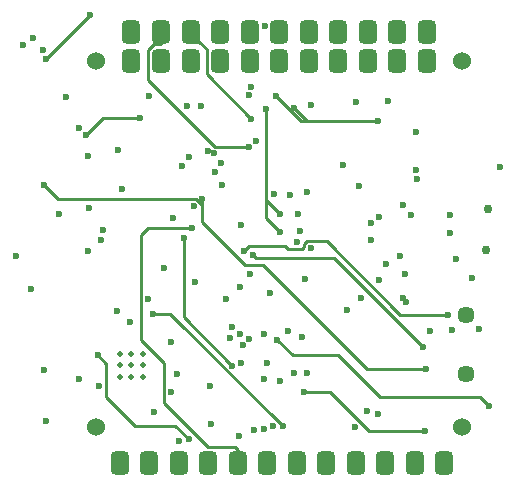
<source format=gbr>
%TF.GenerationSoftware,Altium Limited,Altium Designer,23.4.1 (23)*%
G04 Layer_Physical_Order=7*
G04 Layer_Color=8388736*
%FSLAX45Y45*%
%MOMM*%
%TF.SameCoordinates,2ABB9494-C5B4-4C01-9411-B7C80C6C87EF*%
%TF.FilePolarity,Positive*%
%TF.FileFunction,Copper,L7,Inr,Signal*%
%TF.Part,Single*%
G01*
G75*
%TA.AperFunction,ViaPad*%
G04:AMPARAMS|DCode=47|XSize=1.524mm|YSize=2mm|CornerRadius=0.381mm|HoleSize=0mm|Usage=FLASHONLY|Rotation=0.000|XOffset=0mm|YOffset=0mm|HoleType=Round|Shape=RoundedRectangle|*
%AMROUNDEDRECTD47*
21,1,1.52400,1.23800,0,0,0.0*
21,1,0.76200,2.00000,0,0,0.0*
1,1,0.76200,0.38100,-0.61900*
1,1,0.76200,-0.38100,-0.61900*
1,1,0.76200,-0.38100,0.61900*
1,1,0.76200,0.38100,0.61900*
%
%ADD47ROUNDEDRECTD47*%
%TA.AperFunction,ComponentPad*%
%ADD48C,1.45000*%
%ADD49C,0.75000*%
%TA.AperFunction,ViaPad*%
%ADD50C,1.52400*%
%ADD51C,0.60000*%
%ADD52C,0.50000*%
%TA.AperFunction,Conductor*%
%ADD53C,0.25400*%
D47*
X3250002Y3550002D02*
D03*
X3000000D02*
D03*
X2749998D02*
D03*
X2500001D02*
D03*
X2249999D02*
D03*
X2000002D02*
D03*
X1750000D02*
D03*
X1499998D02*
D03*
X1250001D02*
D03*
X899999Y149998D02*
D03*
X1650000D02*
D03*
X3399999D02*
D03*
X3150002D02*
D03*
X2900000D02*
D03*
X2649998D02*
D03*
X2400001D02*
D03*
X2149999D02*
D03*
X650002D02*
D03*
X1900002D02*
D03*
X1150001D02*
D03*
X1399998D02*
D03*
X750002Y3799998D02*
D03*
X999999D02*
D03*
X1250001D02*
D03*
X1499998D02*
D03*
X999999Y3550002D02*
D03*
X750002D02*
D03*
X2000002Y3799998D02*
D03*
X1750000D02*
D03*
X2249999D02*
D03*
X2500001D02*
D03*
X2749998D02*
D03*
X3000000D02*
D03*
X3250002D02*
D03*
D48*
X3579999Y899999D02*
D03*
Y1399998D02*
D03*
D49*
X3770001Y2300001D02*
D03*
X3750001Y1950000D02*
D03*
D50*
X450003Y3550002D02*
D03*
X3550002D02*
D03*
Y450003D02*
D03*
X450003D02*
D03*
D51*
X472060Y799720D02*
D03*
X1422020Y474600D02*
D03*
X1180720Y2659838D02*
D03*
X1335660Y3172080D02*
D03*
X380178Y2749998D02*
D03*
X3448940Y2093916D02*
D03*
X2572640Y1444880D02*
D03*
X24802Y500000D02*
D03*
X1676020Y2161160D02*
D03*
X1975740Y3253360D02*
D03*
X1899540Y997840D02*
D03*
X1658240Y375540D02*
D03*
X1277240Y2321180D02*
D03*
X931800Y1411860D02*
D03*
X2029080Y459360D02*
D03*
X2074800Y1264337D02*
D03*
X2239900Y2440560D02*
D03*
X1758910Y3334640D02*
D03*
X1869060Y860680D02*
D03*
X388240Y2303400D02*
D03*
X1239140Y2737740D02*
D03*
X1952880Y2427860D02*
D03*
X1945260Y459360D02*
D03*
X3634360Y1711580D02*
D03*
X12320Y2501520D02*
D03*
X2006220Y2104726D02*
D03*
X3690240Y1279998D02*
D03*
X3466502Y1272160D02*
D03*
X2643760Y450003D02*
D03*
X2178940Y2115440D02*
D03*
X378080Y1942720D02*
D03*
X1452500Y2768936D02*
D03*
X3166177Y2552320D02*
D03*
X1401700Y2791080D02*
D03*
X1750158Y1744122D02*
D03*
X2778380Y2176400D02*
D03*
X2127302Y909062D02*
D03*
X3494660Y1871600D02*
D03*
X1597280Y1300100D02*
D03*
X1546480Y1533780D02*
D03*
X1460120Y2610740D02*
D03*
X1513460Y2504060D02*
D03*
X1869060Y1241680D02*
D03*
X1670940Y1640460D02*
D03*
X3220340Y1127380D02*
D03*
X1780160Y1907160D02*
D03*
X2650064Y3206080D02*
D03*
X3428620Y1399160D02*
D03*
X1701420Y1942720D02*
D03*
X493884Y2034160D02*
D03*
X1028320Y1803020D02*
D03*
X2847554Y2234104D02*
D03*
X634620Y2801240D02*
D03*
X1264540Y2140840D02*
D03*
X1886840Y3149220D02*
D03*
X2006220Y2257680D02*
D03*
X2005666Y2104726D02*
D03*
X2267840Y3182240D02*
D03*
X2697100Y1541400D02*
D03*
X2148460Y2018920D02*
D03*
X2156080Y2252600D02*
D03*
X2095120Y2415160D02*
D03*
X1350900Y2384680D02*
D03*
X2191640Y1218820D02*
D03*
X1743762Y3260142D02*
D03*
X1086740Y1170560D02*
D03*
X1234060Y347600D02*
D03*
X464440Y1061340D02*
D03*
X362840Y2923160D02*
D03*
X-168020Y3685160D02*
D03*
X820040Y3070480D02*
D03*
X1790320Y431420D02*
D03*
X1747140Y1195960D02*
D03*
X672720Y2468500D02*
D03*
X1766190Y3064130D02*
D03*
X1666673Y1244322D02*
D03*
X-86740Y3743580D02*
D03*
X2836800Y566040D02*
D03*
X2006962Y842900D02*
D03*
X139320Y2257680D02*
D03*
X27560Y3570860D02*
D03*
X395860Y3939160D02*
D03*
X2849200Y1694120D02*
D03*
X1193420Y2051940D02*
D03*
X1604900Y972440D02*
D03*
X2742820Y591440D02*
D03*
X1137540Y900797D02*
D03*
X1510920Y2686940D02*
D03*
X3159380Y2630201D02*
D03*
X1098424Y2223075D02*
D03*
X3448940Y2244980D02*
D03*
X3159380Y2951100D02*
D03*
X3045080Y1541400D02*
D03*
X3078100Y1510920D02*
D03*
X1081660Y748920D02*
D03*
X3065400Y1747140D02*
D03*
X2267840Y1965580D02*
D03*
X2679320Y2491360D02*
D03*
X2129898Y3150002D02*
D03*
X2834260Y3040000D02*
D03*
X3019680Y1904620D02*
D03*
X2234820Y914020D02*
D03*
X2907920Y1836040D02*
D03*
X1876680Y3847720D02*
D03*
X2778380Y2034160D02*
D03*
X1742060Y2826640D02*
D03*
X4700Y3647060D02*
D03*
X1582040Y1206958D02*
D03*
X736997Y1345043D02*
D03*
X1871600Y433960D02*
D03*
X625004Y1437260D02*
D03*
X1691260Y1145160D02*
D03*
X2219580Y1703960D02*
D03*
X1289940Y1681100D02*
D03*
X-228980Y1900800D02*
D03*
X901320Y3255900D02*
D03*
X9780Y931800D02*
D03*
X197740Y3250820D02*
D03*
X309500Y858140D02*
D03*
Y2981580D02*
D03*
X2542160Y2671700D02*
D03*
X1922400Y1584580D02*
D03*
X-104520Y1617600D02*
D03*
X1222899Y3169540D02*
D03*
X1803020Y2877333D02*
D03*
X3245740Y944500D02*
D03*
X3874019Y2656724D02*
D03*
X3119238Y2247022D02*
D03*
X505080Y2123060D02*
D03*
X944500Y578740D02*
D03*
X886080Y1533780D02*
D03*
X1150001Y337440D02*
D03*
X1985900Y1188340D02*
D03*
X3774060Y634620D02*
D03*
X1414400Y797180D02*
D03*
X3050003Y2331000D02*
D03*
X1678560Y997840D02*
D03*
X3281300Y1269620D02*
D03*
X2918080Y3215260D02*
D03*
X2211960Y746380D02*
D03*
X3235580Y416180D02*
D03*
D52*
X850002Y875001D02*
D03*
X750002D02*
D03*
X650002D02*
D03*
X850002Y975000D02*
D03*
X750002D02*
D03*
X650002D02*
D03*
X850002Y1075000D02*
D03*
X750002D02*
D03*
X650002D02*
D03*
D53*
X2104498Y3124602D02*
X2189100Y3040000D01*
X1975740Y3253360D02*
X2104498Y3124602D01*
X2189100Y3040000D02*
X2239900D01*
X2834260D01*
X1250001Y3715640D02*
X1325500D01*
X944500Y3697860D02*
X999999D01*
X1300100Y2384680D02*
X1350900Y2333880D01*
Y2384680D01*
X2005943Y2105003D02*
X2006220Y2104726D01*
X1886840Y2377060D02*
Y3149220D01*
Y2224106D02*
Y2377060D01*
Y2224106D02*
X2005943Y2105003D01*
X931800Y1411860D02*
X1076580D01*
X2029080Y459360D01*
X12320Y2501520D02*
X129160Y2384680D01*
X1300100D01*
X1350900Y2191498D02*
Y2333880D01*
X2465960Y1881760D02*
X3220340Y1127380D01*
X1805560Y1881760D02*
X2465960D01*
X1780160Y1907160D02*
X1805560Y1881760D01*
X3027300Y1399160D02*
X3428620D01*
X2402460Y2024000D02*
X3027300Y1399160D01*
X2234820Y2024000D02*
X2402460D01*
X2209420Y1998600D02*
X2234820Y2024000D01*
X2209420Y1973200D02*
Y1998600D01*
X2196720Y1960500D02*
X2209420Y1973200D01*
X2074800Y1960500D02*
X2196720D01*
X2049400Y1985900D02*
X2074800Y1960500D01*
X1744600Y1985900D02*
X2049400D01*
X1701420Y1942720D02*
X1744600Y1985900D01*
X893700Y2140840D02*
X1264540D01*
X827660Y2074800D02*
X893700Y2140840D01*
X827660Y1193420D02*
Y2074800D01*
Y1193420D02*
X1023956Y997124D01*
Y654224D02*
Y997124D01*
Y654224D02*
X1394080Y284100D01*
X1624600D01*
X1650000Y258700D01*
Y149998D02*
Y258700D01*
X1886840Y2377060D02*
X2006220Y2257680D01*
X2742942Y944500D02*
X3245740D01*
X1350900Y2191498D02*
X1715172Y1827226D01*
X1119760Y461900D02*
X1234060Y347600D01*
X779400Y461900D02*
X1119760D01*
X538100Y703200D02*
X779400Y461900D01*
X538100Y703200D02*
Y987680D01*
X464440Y1061340D02*
X538100Y987680D01*
X510160Y3070480D02*
X820040D01*
X362840Y2923160D02*
X510160Y3070480D01*
X27560Y3570860D02*
X395860Y3939160D01*
X1193420Y1383920D02*
Y2051940D01*
Y1383920D02*
X1604900Y972440D01*
X2129898Y3150002D02*
X2239900Y3040000D01*
X1250001Y3715640D02*
Y3799998D01*
X1325500Y3715640D02*
X1391540Y3649600D01*
Y3438780D02*
Y3649600D01*
Y3438780D02*
X1766190Y3064130D01*
X999999Y3697860D02*
Y3799998D01*
X893700Y3647060D02*
X944500Y3697860D01*
X893700Y3389804D02*
Y3647060D01*
Y3389804D02*
X1456864Y2826640D01*
X1742060D01*
X1715172Y1827226D02*
X1860216D01*
X2742942Y944500D01*
X1985900Y1188340D02*
X2115440Y1058800D01*
X2501520D01*
X2854580Y705740D01*
X3702940D01*
X3774060Y634620D01*
X2211960Y746380D02*
X2430400D01*
X2760600Y416180D01*
X3235580D01*
%TF.MD5,90d100dd0931a79820c6dd83ddcff2f9*%
M02*

</source>
